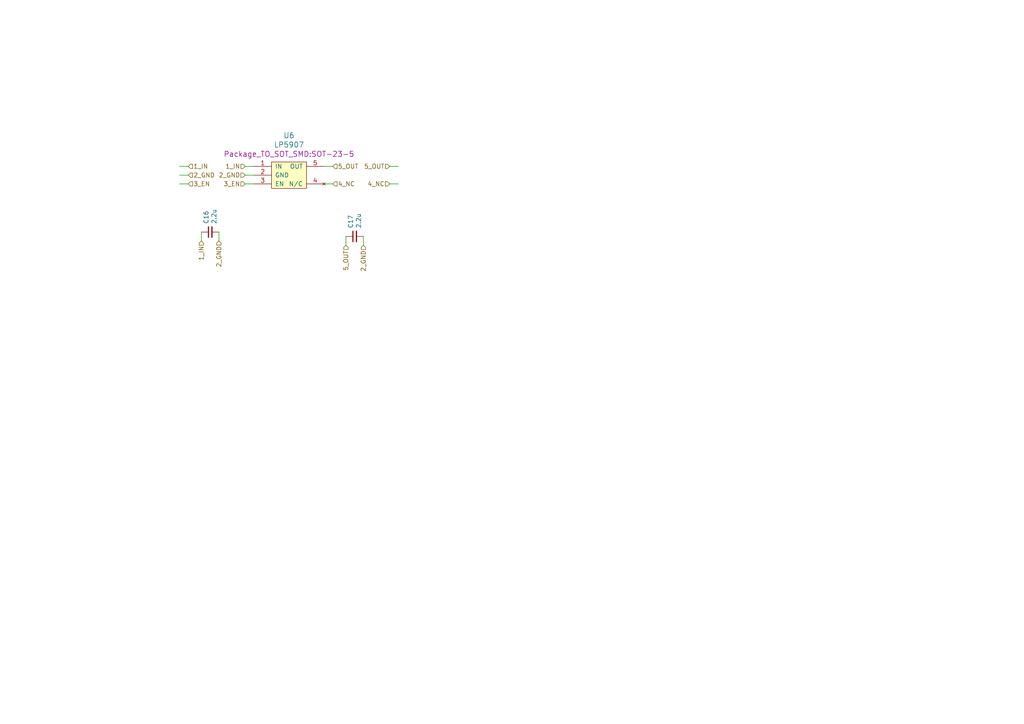
<source format=kicad_sch>
(kicad_sch (version 20210621) (generator eeschema)
  (paper "A4")
  (lib_symbols
    (symbol "FreeEEG32-ads131-rescue:C_Small-Device" (pin_numbers hide) (pin_names (offset 0.254) hide)
      (property "Reference" "C" (at 0.254 1.778 0))
      (property "Value" "C_Small-Device" (at 0.254 -2.032 0))
      (symbol "C_Small-Device_0_1"
        (polyline (pts (xy -1.524 -0.508) (xy 1.524 -0.508)) (stroke (width 0.3302)))
        (polyline (pts (xy -1.524 0.508) (xy 1.524 0.508)) (stroke (width 0.3048)))
      )
      (symbol "C_Small-Device_1_1"
        (pin passive line (at 0 2.54 270) (length 2.032) (name "~") (number "1"))
        (pin passive line (at 0 -2.54 90) (length 2.032) (name "~") (number "2"))
      )
    )
    (symbol "FreeEEG32-ads131-rescue:LP5907-lp5907" (pin_names (offset 1.016))
      (property "Reference" "U" (at 0 5.08 0))
      (property "Value" "LP5907-lp5907" (at 0 -5.08 0))
      (symbol "LP5907-lp5907_0_1"
        (rectangle (start -5.08 3.81) (end 5.08 -3.81) (fill (type background)))
      )
      (symbol "LP5907-lp5907_1_1"
        (pin input line (at -10.16 2.54 0) (length 5.08) (name "IN") (number "1"))
        (pin input line (at -10.16 0 0) (length 5.08) (name "GND") (number "2"))
        (pin input line (at -10.16 -2.54 0) (length 5.08) (name "EN") (number "3"))
        (pin no_connect line (at 10.16 -2.54 180) (length 5.08) (name "N/C") (number "4"))
        (pin output line (at 10.16 2.54 180) (length 5.08) (name "OUT") (number "5"))
      )
    )
  )
  (wire (pts (xy 54.61 48.26) (xy 52.07 48.26)))
  (wire (pts (xy 54.61 50.8) (xy 52.07 50.8)))
  (wire (pts (xy 54.61 53.34) (xy 52.07 53.34)))
  (wire (pts (xy 58.42 69.85) (xy 58.42 67.31)))
  (wire (pts (xy 63.5 69.85) (xy 63.5 67.31)))
  (wire (pts (xy 71.12 48.26) (xy 73.66 48.26)))
  (wire (pts (xy 71.12 50.8) (xy 73.66 50.8)))
  (wire (pts (xy 71.12 53.34) (xy 73.66 53.34)))
  (wire (pts (xy 96.52 48.26) (xy 93.98 48.26)))
  (wire (pts (xy 96.52 53.34) (xy 93.98 53.34)))
  (wire (pts (xy 100.33 71.12) (xy 100.33 68.58)))
  (wire (pts (xy 105.41 71.12) (xy 105.41 68.58)))
  (wire (pts (xy 113.03 48.26) (xy 115.57 48.26)))
  (wire (pts (xy 113.03 53.34) (xy 115.57 53.34)))
  (hierarchical_label "1_IN" (shape input) (at 54.61 48.26 0))
  (hierarchical_label "2_GND" (shape input) (at 54.61 50.8 0))
  (hierarchical_label "3_EN" (shape input) (at 54.61 53.34 0))
  (hierarchical_label "1_IN" (shape input) (at 58.42 69.85 270))
  (hierarchical_label "2_GND" (shape input) (at 63.5 69.85 270))
  (hierarchical_label "1_IN" (shape input) (at 71.12 48.26 180))
  (hierarchical_label "2_GND" (shape input) (at 71.12 50.8 180))
  (hierarchical_label "3_EN" (shape input) (at 71.12 53.34 180))
  (hierarchical_label "5_OUT" (shape input) (at 96.52 48.26 0))
  (hierarchical_label "4_NC" (shape input) (at 96.52 53.34 0))
  (hierarchical_label "5_OUT" (shape input) (at 100.33 71.12 270))
  (hierarchical_label "2_GND" (shape input) (at 105.41 71.12 270))
  (hierarchical_label "5_OUT" (shape input) (at 113.03 48.26 180))
  (hierarchical_label "4_NC" (shape input) (at 113.03 53.34 180))
  (symbol (lib_id "FreeEEG32-ads131-rescue:C_Small-Device") (at 60.96 67.31 90) (unit 1)
    (property "Reference" "C16" (at 59.7916 64.9732 0) (effects (justify left)))
    (property "Value" "2.2u" (at 62.103 64.9732 0) (effects (justify left)))
    (property "Footprint" "Capacitor_SMD:C_0603_1608Metric" (effects hide))
    (property "MNP" "GRM188R71A225KE15D" (effects hide))
  )
  (symbol (lib_id "FreeEEG32-ads131-rescue:C_Small-Device") (at 102.87 68.58 90) (unit 1)
    (property "Reference" "C17" (at 101.7016 66.2432 0) (effects (justify left)))
    (property "Value" "2.2u" (at 104.013 66.2432 0) (effects (justify left)))
    (property "Footprint" "Capacitor_SMD:C_0603_1608Metric" (effects hide))
    (property "MNP" "GRM188R71A225KE15D" (effects hide))
  )
  (symbol (lib_id "FreeEEG32-ads131-rescue:LP5907-lp5907") (at 83.82 50.8 0) (unit 1)
    (property "Reference" "U6" (at 83.82 39.2938 0) (effects (font (size 1.524 1.524))))
    (property "Value" "LP5907" (at 83.82 41.9862 0) (effects (font (size 1.524 1.524))))
    (property "Footprint" "Package_TO_SOT_SMD:SOT-23-5" (at 83.82 44.6786 0) (effects (font (size 1.524 1.524))))
    (property "MNP" "LP5907QMFX-3.3Q1" (effects hide))
    (property "Manufacturer" "Texas Instruments" (effects hide))
  )
)
</source>
